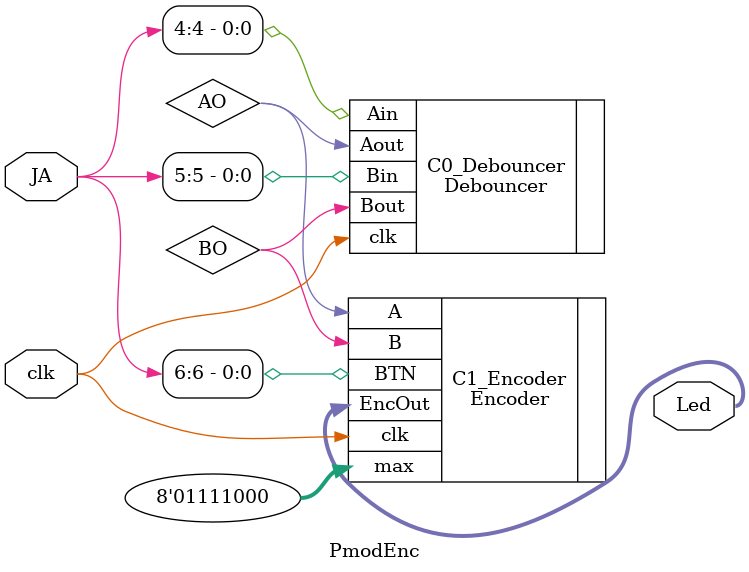
<source format=v>
`timescale 1ns / 1ps
module PmodEnc(
    clk,
    JA,
    //an,
    //seg,
    Led
    );

	 // ===========================================================================
	 // 										Port Declarations
	 // ===========================================================================
    input clk;
    input [7:4] JA;
    //output [3:0] an;
    //output [6:0] seg;
    output [7:0] Led;

	 // ===========================================================================
	 // 							  Parameters, Regsiters, and Wires
	 // ===========================================================================
	 wire [3:0] an;
	 wire [6:0] seg;
	 wire [7:0] Led;
	 
	 parameter [7:0] MAX = 8'd120;
	 
	 //wire [4:0] EncO;
	 
	 // ===========================================================================
	 // 										Implementation
	 // ===========================================================================
 	 Debouncer C0_Debouncer (
				  .clk(clk),
				  .Ain(JA[4]),
				  .Bin(JA[5]),
				  .Aout(AO),
				  .Bout(BO)
	 );
	 
 	Encoder C1_Encoder (
				  .clk(clk),
				  .A(AO),
				  .B(BO),
				  .max(MAX),
				  .BTN(JA[6]),
				  .EncOut(Led)
				// .LED(Led)
	 ); 

 	 /*EncDisplayController C2_DisplayController (
				  .clk(clk),
				  .SWT(JA[7]),
				  .DispVal(Led),
				  .anode(an),
				  .segOut(seg)
	 );*/
endmodule

</source>
